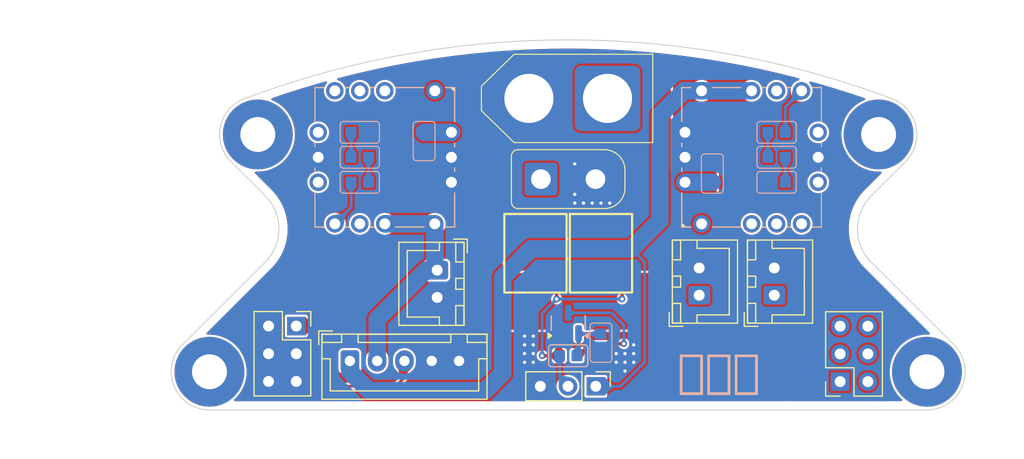
<source format=kicad_pcb>
(kicad_pcb (version 20240108) (generator "pcbnew") (generator_version "8.0")
  (layers (0 "F.Cu" signal) (31 "B.Cu" signal) (34 "B.Paste" user) (35 "F.Paste" user) (36 "B.SilkS" user "B.Silkscreen") (37 "F.SilkS" user "F.Silkscreen") (38 "B.Mask" user) (39 "F.Mask" user) (44 "Edge.Cuts" user))
  (net 0 "")
  (net 1 "+12V")
  (net 2 "GND")
  (net 3 "Net-(D1-A)")
  (net 4 "+12V MOTOR")
  (net 5 "+3V3")
  (net 6 "/KICK SIG")
  (net 7 "+5V")
  (net 8 "Net-(D1-K)")
  (net 9 "Net-(Q3-D)")
  (net 10 "Net-(Q3-G)")
  (net 11 "Net-(R1-Pad2)")
  (net 12 "Net-(U1-TRIM)")
  (net 13 "Net-(U2-TRIM)")
  (net 14 "Net-(R2-Pad2)")
  (net 15 "Net-(R3-Pad2)")
  (net 16 "Net-(R4-Pad2)")
  (net 17 "Net-(SW1-B)")
  (footprint "MountingHole:MountingHole_3.2mm_M3_Pad" (layer "F.Cu") (at 170.042641 114.850462)
    (property "Reference" "H4" (hide yes))
    (property "Value" "MountingHole")
    (pad "1" thru_hole circle (at 0 0) (size 6.4 6.4) (drill 3.2) (layers "*.Cu" "*.Mask"))
  )
  (footprint "Connector_JST:JST_XH_B2B-XH-A_1x02_P2.50mm_Vertical" (layer "F.Cu") (at 125.180978 105.533123 -90)
    (property "Reference" "J5" (hide yes))
    (property "Value" "L1")
    (pad "1" thru_hole roundrect (at 0 0 270) (size 1.7 2) (drill 1) (layers "*.Cu" "*.Mask") (roundrect_rratio 0.147059) (net 5 "+3V3"))
    (pad "2" thru_hole oval (at 2.5 0 270) (size 1.7 2) (drill 1) (layers "*.Cu" "*.Mask") (net 2 "GND"))
  )
  (footprint "Connector_JST:JST_XH_B2B-XH-A_1x02_P2.50mm_Vertical" (layer "F.Cu") (at 149.180978 107.833123 90)
    (property "Reference" "J3" (hide yes))
    (property "Value" "Dribbler A")
    (pad "1" thru_hole roundrect (at 0 0 90) (size 1.7 2) (drill 1) (layers "*.Cu" "*.Mask") (roundrect_rratio 0.147059) (net 1 "+12V"))
    (pad "2" thru_hole oval (at 2.5 0 90) (size 1.7 2) (drill 1) (layers "*.Cu" "*.Mask") (net 2 "GND"))
  )
  (footprint "Connector_PinSocket_2.54mm:PinSocket_2x03_P2.54mm_Vertical" (layer "F.Cu") (at 162.090978 115.753123 180)
    (property "Reference" "J6" (hide yes))
    (property "Value" "Conn_02x03_Counter_Clockwise")
    (pad "1" thru_hole rect (at 0 0 180) (size 1.7 1.7) (drill 1) (layers "*.Cu" "*.Mask") (net 1 "+12V"))
    (pad "2" thru_hole oval (at -2.54 0 180) (size 1.7 1.7) (drill 1) (layers "*.Cu" "*.Mask") (net 1 "+12V"))
    (pad "3" thru_hole oval (at 0 2.54 180) (size 1.7 1.7) (drill 1) (layers "*.Cu" "*.Mask") (net 1 "+12V"))
    (pad "4" thru_hole oval (at -2.54 2.54 180) (size 1.7 1.7) (drill 1) (layers "*.Cu" "*.Mask") (net 1 "+12V"))
    (pad "5" thru_hole oval (at 0 5.08 180) (size 1.7 1.7) (drill 1) (layers "*.Cu" "*.Mask") (net 1 "+12V"))
    (pad "6" thru_hole oval (at -2.54 5.08 180) (size 1.7 1.7) (drill 1) (layers "*.Cu" "*.Mask") (net 1 "+12V"))
  )
  (footprint "Library:MURATA_OKL-T-6-W12" (layer "F.Cu") (at 153.980978 95.183123 90)
    (property "Reference" "U2" (hide yes))
    (property "Value" "OKL-T6-W12-C")
    (pad "1" thru_hole circle (at -6.1 0 270) (size 1.6 1.6) (drill 1) (layers "*.Cu" "*.Mask"))
    (pad "2" thru_hole circle (at -6.1 -4.58 270) (size 1.6 1.6) (drill 1) (layers "*.Cu" "*.Mask") (net 1 "+12V"))
    (pad "2" thru_hole circle (at -2.29 -6.1 270) (size 1.6 1.6) (drill 1) (layers "*.Cu" "*.Mask") (net 1 "+12V"))
    (pad "3" thru_hole circle (at 0 -6.1 270) (size 1.6 1.6) (drill 1) (layers "*.Cu" "*.Mask") (net 2 "GND"))
    (pad "3" thru_hole circle (at 2.29 -6.1 270) (size 1.6 1.6) (drill 1) (layers "*.Cu" "*.Mask") (net 2 "GND"))
    (pad "4" thru_hole circle (at 6.1 -4.58 270) (size 1.6 1.6) (drill 1) (layers "*.Cu" "*.Mask") (net 7 "+5V"))
    (pad "5" thru_hole circle (at 6.1 0 270) (size 1.6 1.6) (drill 1) (layers "*.Cu" "*.Mask") (net 7 "+5V"))
    (pad "6" thru_hole circle (at 6.1 4.58 270) (size 1.6 1.6) (drill 1) (layers "*.Cu" "*.Mask") (net 13 "Net-(U2-TRIM)"))
    (pad "7" thru_hole circle (at 0 6.1 270) (size 1.6 1.6) (drill 1) (layers "*.Cu" "*.Mask") (net 2 "GND"))
    (pad "8" thru_hole circle (at -2.29 6.1 270) (size 1.6 1.6) (drill 1) (layers "*.Cu" "*.Mask"))
    (pad "9" thru_hole circle (at -6.1 4.58 270) (size 1.6 1.6) (drill 1) (layers "*.Cu" "*.Mask"))
    (pad "10" thru_hole circle (at -6.1 2.29 270) (size 1.6 1.6) (drill 1) (layers "*.Cu" "*.Mask"))
    (pad "11" thru_hole circle (at 6.1 2.29 270) (size 1.6 1.6) (drill 1) (layers "*.Cu" "*.Mask"))
    (pad "12" thru_hole circle (at 2.29 6.1 270) (size 1.6 1.6) (drill 1) (layers "*.Cu" "*.Mask"))
  )
  (footprint "MountingHole:MountingHole_3.2mm_M3_Pad" (layer "F.Cu") (at 108.748792 93.090285)
    (property "Reference" "H1" (hide yes))
    (property "Value" "MountingHole")
    (pad "1" thru_hole circle (at 0 0) (size 6.4 6.4) (drill 3.2) (layers "*.Cu" "*.Mask"))
  )
  (footprint "Library:MURATA_OKL-T-6-W12" (layer "F.Cu") (at 120.380978 95.183123 -90)
    (property "Reference" "U1" (hide yes))
    (property "Value" "OKL-T6-W12-C")
    (pad "1" thru_hole circle (at -6.1 0 90) (size 1.6 1.6) (drill 1) (layers "*.Cu" "*.Mask"))
    (pad "2" thru_hole circle (at -6.1 -4.58 90) (size 1.6 1.6) (drill 1) (layers "*.Cu" "*.Mask") (net 1 "+12V"))
    (pad "2" thru_hole circle (at -2.29 -6.1 90) (size 1.6 1.6) (drill 1) (layers "*.Cu" "*.Mask") (net 1 "+12V"))
    (pad "3" thru_hole circle (at 0 -6.1 90) (size 1.6 1.6) (drill 1) (layers "*.Cu" "*.Mask") (net 2 "GND"))
    (pad "3" thru_hole circle (at 2.29 -6.1 90) (size 1.6 1.6) (drill 1) (layers "*.Cu" "*.Mask") (net 2 "GND"))
    (pad "4" thru_hole circle (at 6.1 -4.58 90) (size 1.6 1.6) (drill 1) (layers "*.Cu" "*.Mask") (net 5 "+3V3"))
    (pad "5" thru_hole circle (at 6.1 0 90) (size 1.6 1.6) (drill 1) (layers "*.Cu" "*.Mask") (net 5 "+3V3"))
    (pad "6" thru_hole circle (at 6.1 4.58 90) (size 1.6 1.6) (drill 1) (layers "*.Cu" "*.Mask") (net 12 "Net-(U1-TRIM)"))
    (pad "7" thru_hole circle (at 0 6.1 90) (size 1.6 1.6) (drill 1) (layers "*.Cu" "*.Mask") (net 2 "GND"))
    (pad "8" thru_hole circle (at -2.29 6.1 90) (size 1.6 1.6) (drill 1) (layers "*.Cu" "*.Mask"))
    (pad "9" thru_hole circle (at -6.1 4.58 90) (size 1.6 1.6) (drill 1) (layers "*.Cu" "*.Mask"))
    (pad "10" thru_hole circle (at -6.1 2.29 90) (size 1.6 1.6) (drill 1) (layers "*.Cu" "*.Mask"))
    (pad "11" thru_hole circle (at 6.1 2.29 90) (size 1.6 1.6) (drill 1) (layers "*.Cu" "*.Mask"))
    (pad "12" thru_hole circle (at 2.29 6.1 90) (size 1.6 1.6) (drill 1) (layers "*.Cu" "*.Mask"))
  )
  (footprint "Library:8-DFN (5x6)" (layer "F.Cu") (at 134.180978 103.983123)
    (property "Reference" "Q2" (hide yes))
    (property "Value" "BSC084P03NS3 G")
    (pad "1" smd roundrect (at -1.875 2.675 90) (size 1.27 0.61) (layers "F.Cu" "F.Paste" "F.Mask") (roundrect_rratio 0.1) (net 8 "Net-(D1-K)"))
    (pad "2" smd roundrect (at -0.605 2.675 90) (size 1.27 0.61) (layers "F.Cu" "F.Paste" "F.Mask") (roundrect_rratio 0.1) (net 8 "Net-(D1-K)"))
    (pad "3" smd roundrect (at 0.665 2.675 90) (size 1.27 0.61) (layers "F.Cu" "F.Paste" "F.Mask") (roundrect_rratio 0.1) (net 8 "Net-(D1-K)"))
    (pad "4" smd roundrect (at 1.935 2.675 90) (size 1.27 0.61) (layers "F.Cu" "F.Paste" "F.Mask") (roundrect_rratio 0.1) (net 3 "Net-(D1-A)"))
    (pad "5" smd roundrect (at 1.935 -3.3 270) (size 1.27 0.61) (drill (offset 0.635 0)) (layers "F.Cu" "F.Paste" "F.Mask") (roundrect_rratio 0.1) (net 4 "+12V MOTOR"))
    (pad "6" smd roundrect (at 0.665 -3.3 270) (size 1.27 0.61) (drill (offset 0.635 0)) (layers "F.Cu" "F.Paste" "F.Mask") (roundrect_rratio 0.1) (net 4 "+12V MOTOR"))
    (pad "7" smd roundrect (at -0.605 -3.3 270) (size 1.27 0.61) (drill (offset 0.635 0)) (layers "F.Cu" "F.Paste" "F.Mask") (roundrect_rratio 0.1) (net 4 "+12V MOTOR"))
    (pad "8" smd roundrect (at -1.875 -3.3 270) (size 1.27 0.61) (drill (offset 0.635 0)) (layers "F.Cu" "F.Paste" "F.Mask") (roundrect_rratio 0.1) (net 4 "+12V MOTOR"))
    (pad "9" smd roundrect (at 0 -0.6) (size 3.75 3.91) (layers "F.Cu" "F.Paste" "F.Mask") (roundrect_rratio 0.05) (net 4 "+12V MOTOR"))
  )
  (footprint "Library:8-DFN (5x6)" (layer "F.Cu") (at 140.180978 103.983123)
    (property "Reference" "Q1" (hide yes))
    (property "Value" "BSC084P03NS3 G" (hide yes))
    (pad "1" smd roundrect (at -1.875 2.675 90) (size 1.27 0.61) (layers "F.Cu" "F.Paste" "F.Mask") (roundrect_rratio 0.1) (net 8 "Net-(D1-K)"))
    (pad "2" smd roundrect (at -0.605 2.675 90) (size 1.27 0.61) (layers "F.Cu" "F.Paste" "F.Mask") (roundrect_rratio 0.1) (net 8 "Net-(D1-K)"))
    (pad "3" smd roundrect (at 0.665 2.675 90) (size 1.27 0.61) (layers "F.Cu" "F.Paste" "F.Mask") (roundrect_rratio 0.1) (net 8 "Net-(D1-K)"))
    (pad "4" smd roundrect (at 1.935 2.675 90) (size 1.27 0.61) (layers "F.Cu" "F.Paste" "F.Mask") (roundrect_rratio 0.1) (net 3 "Net-(D1-A)"))
    (pad "5" smd roundrect (at 1.935 -3.3 270) (size 1.27 0.61) (drill (offset 0.635 0)) (layers "F.Cu" "F.Paste" "F.Mask") (roundrect_rratio 0.1) (net 1 "+12V"))
    (pad "6" smd roundrect (at 0.665 -3.3 270) (size 1.27 0.61) (drill (offset 0.635 0)) (layers "F.Cu" "F.Paste" "F.Mask") (roundrect_rratio 0.1) (net 1 "+12V"))
    (pad "7" smd roundrect (at -0.605 -3.3 270) (size 1.27 0.61) (drill (offset 0.635 0)) (layers "F.Cu" "F.Paste" "F.Mask") (roundrect_rratio 0.1) (net 1 "+12V"))
    (pad "8" smd roundrect (at -1.875 -3.3 270) (size 1.27 0.61) (drill (offset 0.635 0)) (layers "F.Cu" "F.Paste" "F.Mask") (roundrect_rratio 0.1) (net 1 "+12V"))
    (pad "9" smd roundrect (at 0 -0.6) (size 3.75 3.91) (layers "F.Cu" "F.Paste" "F.Mask") (roundrect_rratio 0.05) (net 1 "+12V"))
  )
  (footprint "MountingHole:MountingHole_3.2mm_M3_Pad" (layer "F.Cu") (at 104.319315 114.850462)
    (property "Reference" "H3" (hide yes))
    (property "Value" "MountingHole")
    (pad "1" thru_hole circle (at 0 0) (size 6.4 6.4) (drill 3.2) (layers "*.Cu" "*.Mask"))
  )
  (footprint "Library:xt30-f" (layer "F.Cu") (at 137.180978 97.183123)
    (property "Reference" "J2" (hide yes))
    (property "Value" "Motor" (hide yes))
    (pad "1" thru_hole roundrect (at -2.5 0 180) (size 3 3) (drill 1.8) (layers "*.Cu" "*.Mask" "Dwgs.User") (roundrect_rratio 0.1) (net 4 "+12V MOTOR"))
    (pad "2" thru_hole circle (at 2.5 0 180) (size 3 3) (drill 1.8) (layers "*.Cu" "*.Mask") (net 2 "GND"))
  )
  (footprint "Connector_JST:JST_XH_B5B-XH-A_1x05_P2.50mm_Vertical" (layer "F.Cu") (at 117.180978 113.858123)
    (property "Reference" "J4" (hide yes))
    (property "Value" "Conn_01x05")
    (pad "1" thru_hole roundrect (at 0 0) (size 1.7 1.95) (drill 0.95) (layers "*.Cu" "*.Mask") (roundrect_rratio 0.147059) (net 7 "+5V"))
    (pad "2" thru_hole oval (at 2.5 0) (size 1.7 1.95) (drill 0.95) (layers "*.Cu" "*.Mask") (net 5 "+3V3"))
    (pad "3" thru_hole oval (at 5 0) (size 1.7 1.95) (drill 0.95) (layers "*.Cu" "*.Mask") (net 6 "/KICK SIG"))
    (pad "4" thru_hole oval (at 7.5 0) (size 1.7 1.95) (drill 0.95) (layers "*.Cu" "*.Mask") (net 2 "GND"))
    (pad "5" thru_hole oval (at 10 0) (size 1.7 1.95) (drill 0.95) (layers "*.Cu" "*.Mask") (net 2 "GND"))
  )
  (footprint "Connector_PinHeader_2.54mm:PinHeader_1x03_P2.54mm_Vertical" (layer "F.Cu") (at 139.705978 116.183123 -90)
    (property "Reference" "SW1" (hide yes))
    (property "Value" "SW_SPDT")
    (pad "1" thru_hole rect (at 0 0 270) (size 1.7 1.7) (drill 1) (layers "*.Cu" "*.Mask") (net 7 "+5V"))
    (pad "2" thru_hole oval (at 0 2.54 270) (size 1.7 1.7) (drill 1) (layers "*.Cu" "*.Mask") (net 17 "Net-(SW1-B)"))
    (pad "3" thru_hole oval (at 0 5.08 270) (size 1.7 1.7) (drill 1) (layers "*.Cu" "*.Mask") (net 2 "GND"))
  )
  (footprint "Package_TO_SOT_SMD:SOT-23" (layer "F.Cu") (at 137.180978 110.383123 90)
    (property "Reference" "D1" (hide yes))
    (property "Value" "BZX84C12")
    (pad "1" smd roundrect (at -0.9375 -0.95 90) (size 1.475 0.6) (layers "F.Cu" "F.Paste" "F.Mask") (net 3 "Net-(D1-A)"))
    (pad "2" smd roundrect (at -0.9375 0.95 90) (size 1.475 0.6) (layers "F.Cu" "F.Paste" "F.Mask"))
    (pad "3" smd roundrect (at 0.9375 0 90) (size 1.475 0.6) (layers "F.Cu" "F.Paste" "F.Mask") (net 8 "Net-(D1-K)"))
  )
  (footprint "Library:xt60-f" (layer "F.Cu") (at 137.180978 89.783123 180)
    (property "Reference" "J1" (hide yes))
    (property "Value" "VBAT")
    (pad "1" thru_hole roundrect (at -3.6 0 180) (size 6 6) (drill 4.5) (layers "*.Cu" "*.Mask") (roundrect_rratio 0.1) (net 1 "+12V"))
    (pad "2" thru_hole circle (at 3.6 0 180) (size 6 6) (drill 4.5) (layers "*.Cu" "*.Mask") (net 2 "GND"))
  )
  (footprint "Connector_PinSocket_2.54mm:PinSocket_2x03_P2.54mm_Vertical" (layer "F.Cu") (at 112.270978 110.658123)
    (property "Reference" "J7" (hide yes))
    (property "Value" "Conn_02x03_Counter_Clockwise")
    (pad "1" thru_hole rect (at 0 0) (size 1.7 1.7) (drill 1) (layers "*.Cu" "*.Mask") (net 6 "/KICK SIG"))
    (pad "2" thru_hole oval (at -2.54 0) (size 1.7 1.7) (drill 1) (layers "*.Cu" "*.Mask") (net 2 "GND"))
    (pad "3" thru_hole oval (at 0 2.54) (size 1.7 1.7) (drill 1) (layers "*.Cu" "*.Mask") (net 2 "GND"))
    (pad "4" thru_hole oval (at -2.54 2.54) (size 1.7 1.7) (drill 1) (layers "*.Cu" "*.Mask") (net 2 "GND"))
    (pad "5" thru_hole oval (at 0 5.08) (size 1.7 1.7) (drill 1) (layers "*.Cu" "*.Mask") (net 2 "GND"))
    (pad "6" thru_hole oval (at -2.54 5.08) (size 1.7 1.7) (drill 1) (layers "*.Cu" "*.Mask") (net 2 "GND"))
  )
  (footprint "Connector_JST:JST_XH_B2B-XH-A_1x02_P2.50mm_Vertical" (layer "F.Cu") (at 156.055979 107.833123 90)
    (property "Reference" "J8" (hide yes))
    (property "Value" "Dribbler B")
    (pad "1" thru_hole roundrect (at 0 0 90) (size 1.7 2) (drill 1) (layers "*.Cu" "*.Mask") (roundrect_rratio 0.147059) (net 1 "+12V"))
    (pad "2" thru_hole oval (at 2.5 0 90) (size 1.7 2) (drill 1) (layers "*.Cu" "*.Mask") (net 2 "GND"))
  )
  (footprint "Library:res0603" (layer "F.Cu") (at 137.180978 113.383123)
    (property "Reference" "R7" (hide yes))
    (property "Value" "10K")
    (pad "1" smd roundrect (at -0.799999 0) (size 1 1) (layers "F.Cu" "F.Paste" "F.Mask") (roundrect_rratio 0.1) (net 3 "Net-(D1-A)"))
    (pad "2" smd roundrect (at 0.799999 0) (size 1 1) (layers "F.Cu" "F.Paste" "F.Mask") (roundrect_rratio 0.1) (net 9 "Net-(Q3-D)"))
  )
  (footprint "MountingHole:MountingHole_3.2mm_M3_Pad" (layer "F.Cu") (at 165.613164 93.090286)
    (property "Reference" "H2" (hide yes))
    (property "Value" "MountingHole")
    (pad "1" thru_hole circle (at 0 0) (size 6.4 6.4) (drill 3.2) (layers "*.Cu" "*.Mask"))
  )
  (footprint "Package_TO_SOT_SMD:SOT-23" (layer "B.Cu") (at 137.180978 110.383123 90)
    (property "Reference" "Q3" (hide yes))
    (property "Value" "IRLML6344TRPbF")
    (pad "1" smd roundrect (at -0.9375 0.95 90) (size 1.475 0.6) (layers "B.Cu" "B.Paste" "B.Mask") (net 10 "Net-(Q3-G)"))
    (pad "2" smd roundrect (at -0.9375 -0.95 90) (size 1.475 0.6) (layers "B.Cu" "B.Paste" "B.Mask") (net 2 "GND"))
    (pad "3" smd roundrect (at 0.9375 0 90) (size 1.475 0.6) (layers "B.Cu" "B.Paste" "B.Mask") (net 9 "Net-(Q3-D)"))
  )
  (footprint "Library:cap0603" (layer "B.Cu") (at 150.380978 96.673125 90)
    (property "Reference" "C2" (hide yes))
    (property "Value" "10u" (hide yes))
    (pad "1" smd roundrect (at -0.8 0 90) (size 1 1) (layers "B.Cu" "B.Paste" "B.Mask") (roundrect_rratio 0.1) (net 1 "+12V"))
    (pad "2" smd roundrect (at 0.8 0 90) (size 1 1) (layers "B.Cu" "B.Paste" "B.Mask") (roundrect_rratio 0.1) (net 2 "GND"))
  )
  (footprint "Library:res0603" (layer "B.Cu") (at 118.090978 92.893123)
    (property "Reference" "R5" (hide yes))
    (property "Value" "180")
    (pad "1" smd roundrect (at -0.8 0) (size 1 1) (layers "B.Cu" "B.Paste" "B.Mask") (roundrect_rratio 0.1) (net 15 "Net-(R3-Pad2)"))
    (pad "2" smd roundrect (at 0.8 0) (size 1 1) (layers "B.Cu" "B.Paste" "B.Mask") (roundrect_rratio 0.1) (net 2 "GND"))
  )
  (footprint "Library:res0603" (layer "B.Cu") (at 156.270978 97.473123 180)
    (property "Reference" "R6" (hide yes))
    (property "Value" "10")
    (pad "1" smd roundrect (at -0.8 0 180) (size 1 1) (layers "B.Cu" "B.Paste" "B.Mask") (roundrect_rratio 0.1) (net 16 "Net-(R4-Pad2)"))
    (pad "2" smd roundrect (at 0.8 0 180) (size 1 1) (layers "B.Cu" "B.Paste" "B.Mask") (roundrect_rratio 0.1) (net 2 "GND"))
  )
  (footprint "Library:cap0603" (layer "B.Cu") (at 123.980979 93.693122 -90)
    (property "Reference" "C1" (hide yes))
    (property "Value" "10u" (hide yes))
    (pad "1" smd roundrect (at -0.8 0 270) (size 1 1) (layers "B.Cu" "B.Paste" "B.Mask") (roundrect_rratio 0.1) (net 1 "+12V"))
    (pad "2" smd roundrect (at 0.8 0 270) (size 1 1) (layers "B.Cu" "B.Paste" "B.Mask") (roundrect_rratio 0.1) (net 2 "GND"))
  )
  (footprint "Library:res0603" (layer "B.Cu") (at 156.270978 95.183124)
    (property "Reference" "R4" (hide yes))
    (property "Value" "330")
    (pad "1" smd roundrect (at -0.8 0) (size 1 1) (layers "B.Cu" "B.Paste" "B.Mask") (roundrect_rratio 0.1) (net 14 "Net-(R2-Pad2)"))
    (pad "2" smd roundrect (at 0.8 0) (size 1 1) (layers "B.Cu" "B.Paste" "B.Mask") (roundrect_rratio 0.1) (net 16 "Net-(R4-Pad2)"))
  )
  (footprint "Library:res0603" (layer "B.Cu") (at 118.090978 95.183122 180)
    (property "Reference" "R3" (hide yes))
    (property "Value" "1K")
    (pad "1" smd roundrect (at -0.8 0 180) (size 1 1) (layers "B.Cu" "B.Paste" "B.Mask") (roundrect_rratio 0.1) (net 11 "Net-(R1-Pad2)"))
    (pad "2" smd roundrect (at 0.8 0 180) (size 1 1) (layers "B.Cu" "B.Paste" "B.Mask") (roundrect_rratio 0.1) (net 15 "Net-(R3-Pad2)"))
  )
  (footprint "Library:res0603" (layer "B.Cu") (at 156.270978 92.893124 180)
    (property "Reference" "R2" (hide yes))
    (property "Value" "1K")
    (pad "1" smd roundrect (at -0.8 0 180) (size 1 1) (layers "B.Cu" "B.Paste" "B.Mask") (roundrect_rratio 0.1) (net 13 "Net-(U2-TRIM)"))
    (pad "2" smd roundrect (at 0.8 0 180) (size 1 1) (layers "B.Cu" "B.Paste" "B.Mask") (roundrect_rratio 0.1) (net 14 "Net-(R2-Pad2)"))
  )
  (footprint "Library:res0603" (layer "B.Cu") (at 140.180978 112.183123 -90)
    (property "Reference" "R9" (hide yes))
    (property "Value" "10K")
    (pad "1" smd roundrect (at -0.799999 0 270) (size 1 1) (layers "B.Cu" "B.Paste" "B.Mask") (roundrect_rratio 0.1) (net 10 "Net-(Q3-G)"))
    (pad "2" smd roundrect (at 0.799999 0 270) (size 1 1) (layers "B.Cu" "B.Paste" "B.Mask") (roundrect_rratio 0.1) (net 2 "GND"))
  )
  (footprint "Library:res0603" (layer "B.Cu") (at 118.090978 97.473122)
    (property "Reference" "R1" (hide yes))
    (property "Value" "1K")
    (pad "1" smd roundrect (at -0.8 0) (size 1 1) (layers "B.Cu" "B.Paste" "B.Mask") (roundrect_rratio 0.1) (net 12 "Net-(U1-TRIM)"))
    (pad "2" smd roundrect (at 0.8 0) (size 1 1) (layers "B.Cu" "B.Paste" "B.Mask") (roundrect_rratio 0.1) (net 11 "Net-(R1-Pad2)"))
  )
  (footprint "Library:res0603" (layer "B.Cu") (at 137.180978 113.383123)
    (property "Reference" "R8" (hide yes))
    (property "Value" "10K")
    (pad "1" smd roundrect (at -0.799999 0) (size 1 1) (layers "B.Cu" "B.Paste" "B.Mask") (roundrect_rratio 0.1) (net 17 "Net-(SW1-B)"))
    (pad "2" smd roundrect (at 0.799999 0) (size 1 1) (layers "B.Cu" "B.Paste" "B.Mask") (roundrect_rratio 0.1) (net 10 "Net-(Q3-G)"))
  )
  (gr_arc (start 172.517514 112.375588) (mid 173.276219 116.189855) (end 170.042641 118.350462) (stroke (width 0.1)) (layer "Edge.Cuts"))
  (gr_arc (start 166.846282 89.814706) (mid 169.034315 92.35152) (end 168.088038 95.565159) (stroke (width 0.1)) (layer "Edge.Cuts"))
  (gr_arc (start 106.273918 95.565159) (mid 105.327643 92.351521) (end 107.515674 89.814706) (stroke (width 0.1)) (layer "Edge.Cuts"))
  (gr_line (start 109.423835 104.796195) (end 101.844442 112.375589) (stroke (width 0.1)) (layer "Edge.Cuts"))
  (gr_circle (center 165.613164 93.090285) (end 165.613164 93.080285) (stroke (width 0.0001)) (fill solid) (layer "Edge.Cuts"))
  (gr_arc (start 104.319315 118.350462) (mid 101.08574 116.189854) (end 101.844442 112.375589) (stroke (width 0.1)) (layer "Edge.Cuts"))
  (gr_line (start 164.938121 98.715075) (end 168.088038 95.565159) (stroke (width 0.1)) (layer "Edge.Cuts"))
  (gr_line (start 106.273918 95.565159) (end 109.423835 98.715075) (stroke (width 0.1)) (layer "Edge.Cuts"))
  (gr_line (start 104.319315 118.350462) (end 170.042641 118.350462) (stroke (width 0.1)) (layer "Edge.Cuts"))
  (gr_line (start 172.517514 112.375588) (end 164.938121 104.796195) (stroke (width 0.1)) (layer "Edge.Cuts"))
  (gr_arc (start 107.515674 89.814706) (mid 137.180978 84.415783) (end 166.846282 89.814706) (stroke (width 0.1)) (layer "Edge.Cuts"))
  (gr_circle (center 170.042641 114.850462) (end 170.042641 114.840462) (stroke (width 0.0001)) (fill solid) (layer "Edge.Cuts"))
  (gr_circle (center 108.748792 93.090285) (end 108.748792 93.080285) (stroke (width 0.0001)) (fill solid) (layer "Edge.Cuts"))
  (gr_circle (center 104.319315 114.850462) (end 104.319315 114.840462) (stroke (width 0.0001)) (fill solid) (layer "Edge.Cuts"))
  (gr_arc (start 164.938121 104.796195) (mid 163.67868 101.755635) (end 164.938121 98.715075) (stroke (width 0.1)) (layer "Edge.Cuts"))
  (gr_arc (start 109.423835 98.715075) (mid 110.683276 101.755635) (end 109.423835 104.796195) (stroke (width 0.1)) (layer "Edge.Cuts"))
  (gr_text "高電圧" (at 150.980978 114.983123 -0) (layer "B.SilkS") (effects (font (size 3 3) (thickness 0.3) (bold yes)) (justify mirror)))
  (gr_text "高電圧" (at 150.980978 114.983123 0) (layer "F.SilkS") (effects (font (size 3 3) (thickness 0.3) (bold yes))))
  (segment (start 150.380978 97.473124) (end 147.880979 97.473124) (width 1.6) (layer "B.Cu") (net 1))
  (segment (start 123.980979 92.893123) (end 126.480978 92.893123) (width 1.6) (layer "B.Cu") (net 1))
  (via (at 143.180978 112.383123) (size 0.6) (drill 0.3) (layers "F.Cu" "B.Cu") (net 2))
  (via (at 139.380978 99.383123) (size 0.6) (drill 0.3) (layers "F.Cu" "B.Cu") (net 2))
  (via (at 142.380978 113.183123) (size 0.6) (drill 0.3) (layers "F.Cu" "B.Cu") (net 2))
  (via (at 143.180978 113.183123) (size 0.6) (drill 0.3) (layers "F.Cu" "B.Cu") (net 2))
  (via (at 143.180978 113.983123) (size 0.6) (drill 0.3) (layers "F.Cu" "B.Cu") (net 2))
  (via (at 142.380978 113.983123) (size 0.6) (drill 0.3) (layers "F.Cu" "B.Cu") (net 2))
  (via (at 133.980978 113.183123) (size 0.6) (drill 0.3) (layers "F.Cu" "B.Cu") (net 2))
  (via (at 140.980978 99.383123) (size 0.6) (drill 0.3) (layers "F.Cu" "B.Cu") (net 2))
  (via (at 133.980978 112.383123) (size 0.6) (drill 0.3) (layers "F.Cu" "B.Cu") (net 2))
  (via (at 137.780978 95.783123) (size 0.6) (drill 0.3) (layers "F.Cu" "B.Cu") (net 2))
  (via (at 137.780978 98.583123) (size 0.6) (drill 0.3) (layers "F.Cu" "B.Cu") (net 2))
  (via (at 141.580978 113.183123) (size 0.6) (drill 0.3) (layers "F.Cu" "B.Cu") (net 2))
  (via (at 133.180978 113.183123) (size 0.6) (drill 0.3) (layers "F.Cu" "B.Cu") (net 2))
  (via (at 133.180978 111.583123) (size 0.6) (drill 0.3) (layers "F.Cu" "B.Cu") (net 2))
  (via (at 140.180978 99.383123) (size 0.6) (drill 0.3) (layers "F.Cu" "B.Cu") (net 2))
  (via (at 133.980978 111.583123) (size 0.6) (drill 0.3) (layers "F.Cu" "B.Cu") (net 2))
  (via (at 142.380978 114.783123) (size 0.6) (drill 0.3) (layers "F.Cu" "B.Cu") (net 2))
  (via (at 133.180978 112.383123) (size 0.6) (drill 0.3) (layers "F.Cu" "B.Cu") (net 2))
  (via (at 133.980978 113.983123) (size 0.6) (drill 0.3) (layers "F.Cu" "B.Cu") (net 2))
  (via (at 133.180978 113.983123) (size 0.6) (drill 0.3) (layers "F.Cu" "B.Cu") (net 2))
  (via (at 141.580978 113.983123) (size 0.6) (drill 0.3) (layers "F.Cu" "B.Cu") (net 2))
  (via (at 137.780978 99.383123) (size 0.6) (drill 0.3) (layers "F.Cu" "B.Cu") (net 2))
  (via (at 138.580978 99.383123) (size 0.6) (drill 0.3) (layers "F.Cu" "B.Cu") (net 2))
  (segment (start 136.230978 111.320623) (end 136.230978 113.233122) (width 0.254) (layer "F.Cu") (net 3))
  (segment (start 142.115978 106.658123) (end 142.115978 108.183123) (width 0.254) (layer "F.Cu") (net 3))
  (segment (start 136.380979 113.383123) (end 134.780978 113.383123) (width 0.254) (layer "F.Cu") (net 3))
  (segment (start 136.115978 106.658123) (end 136.115978 108.183123) (width 0.254) (layer "F.Cu") (net 3))
  (via (at 136.115978 108.183123) (size 0.6) (drill 0.3) (layers "F.Cu" "B.Cu") (net 3))
  (via (at 142.115978 108.183123) (size 0.6) (drill 0.3) (layers "F.Cu" "B.Cu") (net 3))
  (via (at 134.780978 113.383123) (size 0.6) (drill 0.3) (layers "F.Cu" "B.Cu") (net 3))
  (segment (start 134.780978 109.518123) (end 136.115978 108.183123) (width 0.254) (layer "B.Cu") (net 3))
  (segment (start 136.115978 108.183123) (end 142.115978 108.183123) (width 0.254) (layer "B.Cu") (net 3))
  (segment (start 134.780978 113.383123) (end 134.780978 109.518123) (width 0.254) (layer "B.Cu") (net 3))
  (segment (start 124.960978 101.283122) (end 124.960978 105.313123) (width 1.6) (layer "B.Cu") (net 5))
  (segment (start 124.180978 105.533123) (end 119.680978 110.033123) (width 1.6) (layer "B.Cu") (net 5))
  (segment (start 119.680978 110.033123) (end 119.680978 113.858123) (width 1.6) (layer "B.Cu") (net 5))
  (segment (start 124.960978 101.283122) (end 120.380978 101.283122) (width 1.6) (layer "B.Cu") (net 5))
  (segment (start 125.180978 105.533123) (end 124.180978 105.533123) (width 1.6) (layer "B.Cu") (net 5))
  (segment (start 124.960978 105.313123) (end 125.180978 105.533123) (width 1.6) (layer "B.Cu") (net 5))
  (segment (start 114.980978 115.783123) (end 114.980978 111.383123) (width 0.254) (layer "F.Cu") (net 6))
  (segment (start 114.980978 111.383123) (end 114.255978 110.658123) (width 0.254) (layer "F.Cu") (net 6))
  (segment (start 114.255978 110.658123) (end 112.270978 110.658123) (width 0.254) (layer "F.Cu") (net 6))
  (segment (start 121.380978 116.183123) (end 115.380978 116.183123) (width 0.254) (layer "F.Cu") (net 6))
  (segment (start 115.380978 116.183123) (end 114.980978 115.783123) (width 0.254) (layer "F.Cu") (net 6))
  (segment (start 122.180978 113.858123) (end 122.180978 115.383123) (width 0.254) (layer "F.Cu") (net 6))
  (segment (start 122.180978 115.383123) (end 121.380978 116.183123) (width 0.254) (layer "F.Cu") (net 6))
  (segment (start 144.180978 113.983123) (end 141.980978 116.183123) (width 0.254) (layer "B.Cu") (net 7))
  (segment (start 118.930978 116.583123) (end 129.580978 116.583123) (width 1.6) (layer "B.Cu") (net 7))
  (segment (start 147.813184 89.083124) (end 149.400978 89.083124) (width 1.6) (layer "B.Cu") (net 7))
  (segment (start 117.180978 114.833123) (end 118.930978 116.583123) (width 1.6) (layer "B.Cu") (net 7))
  (segment (start 142.980978 103.583123) (end 144.180978 104.783123) (width 0.254) (layer "B.Cu") (net 7))
  (segment (start 141.980978 116.183123) (end 139.705978 116.183123) (width 0.254) (layer "B.Cu") (net 7))
  (segment (start 133.780978 103.583123) (end 142.980978 103.583123) (width 1.6) (layer "B.Cu") (net 7))
  (segment (start 142.980978 103.583123) (end 143.580978 102.983123) (width 1.6) (layer "B.Cu") (net 7))
  (segment (start 129.580978 116.583123) (end 131.180978 114.983123) (width 1.6) (layer "B.Cu") (net 7))
  (segment (start 145.580978 100.983123) (end 145.580978 91.31533) (width 1.6) (layer "B.Cu") (net 7))
  (segment (start 131.180978 114.983123) (end 131.180978 106.183123) (width 1.6) (layer "B.Cu") (net 7))
  (segment (start 153.980978 89.083124) (end 149.400978 89.083124) (width 1.6) (layer "B.Cu") (net 7))
  (segment (start 143.580978 102.983123) (end 145.580978 100.983123) (width 1.6) (layer "B.Cu") (net 7))
  (segment (start 145.580978 91.31533) (end 147.813184 89.083124) (width 1.6) (layer "B.Cu") (net 7))
  (segment (start 117.180978 113.858123) (end 117.180978 114.833123) (width 1.6) (layer "B.Cu") (net 7))
  (segment (start 144.180978 104.783123) (end 144.180978 113.983123) (width 0.254) (layer "B.Cu") (net 7))
  (segment (start 131.180978 106.183123) (end 133.780978 103.583123) (width 1.6) (layer "B.Cu") (net 7))
  (segment (start 139.280977 112.283123) (end 137.980977 113.583123) (width 0.254) (layer "F.Cu") (net 9))
  (segment (start 142.280978 112.283123) (end 139.280977 112.283123) (width 0.254) (layer "F.Cu") (net 9))
  (via (at 142.280978 112.283123) (size 0.6) (drill 0.3) (layers "F.Cu" "B.Cu") (net 9))
  (segment (start 142.280978 112.283123) (end 142.280978 110.583123) (width 0.254) (layer "B.Cu") (net 9))
  (segment (start 141.143477 109.445622) (end 137.180978 109.445622) (width 0.254) (layer "B.Cu") (net 9))
  (segment (start 142.280978 110.583123) (end 141.143477 109.445622) (width 0.254) (layer "B.Cu") (net 9))
  (segment (start 140.180978 111.383124) (end 138.193479 111.383124) (width 0.254) (layer "B.Cu") (net 10))
  (segment (start 138.130978 111.320623) (end 138.130978 113.233122) (width 0.254) (layer "B.Cu") (net 10))
  (segment (start 118.890978 95.183123) (end 118.890978 97.473122) (width 0.254) (layer "B.Cu") (net 11))
  (segment (start 117.290978 97.473122) (end 117.290978 99.793122) (width 0.254) (layer "B.Cu") (net 12))
  (segment (start 117.290978 99.793122) (end 115.800978 101.283122) (width 0.254) (layer "B.Cu") (net 12))
  (segment (start 157.070978 90.573124) (end 158.560978 89.083124) (width 0.254) (layer "B.Cu") (net 13))
  (segment (start 157.070978 92.893124) (end 157.070978 90.573124) (width 0.254) (layer "B.Cu") (net 13))
  (segment (start 155.470979 95.183124) (end 155.470979 92.893124) (width 0.254) (layer "B.Cu") (net 14))
  (segment (start 117.290978 95.183123) (end 117.290978 92.893122) (width 0.254) (layer "B.Cu") (net 15))
  (segment (start 157.070978 97.473124) (end 157.070978 95.183123) (width 0.254) (layer "B.Cu") (net 16))
  (segment (start 136.380979 113.383123) (end 136.380979 115.398124) (width 0.254) (layer "B.Cu") (net 17))
  (segment (start 136.380979 115.398124) (end 137.165978 116.183123) (width 0.254) (layer "B.Cu") (net 17))
  (zone (net 1) (net_name "+12V") (layer "F.Cu") (priority 3) (connect_pads yes (clearance 0.2)) (min_thickness 0.25) (fill yes (thermal_gap 0.5) (thermal_bridge_width 0.5) (smoothing fillet))
    (polygon (pts (xy 122.980978 87.183123) (xy 122.980978 93.983123) (xy 143.780978 93.983123) (xy 143.780978 100.183123) (xy 137.180978 100.183123) (xy 137.180978 105.583123) (xy 145.380978 105.583123) (xy 145.380978 109.583123) (xy 157.580978 109.583123) (xy 157.580978 117.583123) (xy 166.380978 117.583123) (xy 166.380978 107.783123) (xy 160.580978 107.783123) (xy 160.580978 106.383123) (xy 147.580978 106.383123) (xy 147.580978 102.783123) (xy 150.780978 102.783123) (xy 150.780978 96.383123) (xy 146.580978 96.383123) (xy 146.580978 86.183123) (xy 136.780978 86.183123) (xy 136.780978 93.183123) (xy 129.580978 93.183123) (xy 129.580978 87.183123)))
  )
  (zone (net 4) (net_name "+12V MOTOR") (layer "F.Cu") (priority 2) (connect_pads yes (clearance 0.2)) (min_thickness 0.25) (fill yes (thermal_gap 0.5) (thermal_bridge_width 0.5) (smoothing fillet) (radius 0.2))
    (polygon (pts (xy 137.180978 94.383123) (xy 131.380978 94.383123) (xy 131.380978 105.583123) (xy 137.180978 105.583123)))
  )
  (zone (net 8) (net_name "Net-(D1-K)") (layer "F.Cu") (priority 1) (connect_pads yes (clearance 0.2)) (min_thickness 0.25) (fill yes (thermal_gap 0.5) (thermal_bridge_width 0.5) (smoothing fillet) (radius 0.2))
    (polygon (pts (xy 131.355978 105.608123) (xy 131.355978 111.008123) (xy 142.780978 110.983123) (xy 142.780978 105.583123)))
  )
  (zone (net 2) (net_name "GND") (layers "F&B.Cu") (connect_pads yes (clearance 0.2)) (min_thickness 0.2) (fill yes (thermal_gap 0.5) (thermal_bridge_width 0.5) (smoothing fillet) (radius 0.2))
    (polygon (pts (xy 86.555978 80.758123) (xy 178.830978 80.808123) (xy 178.955978 122.858123) (xy 85.980978 122.883123) (xy 85.130978 80.758123)))
  )
)
</source>
